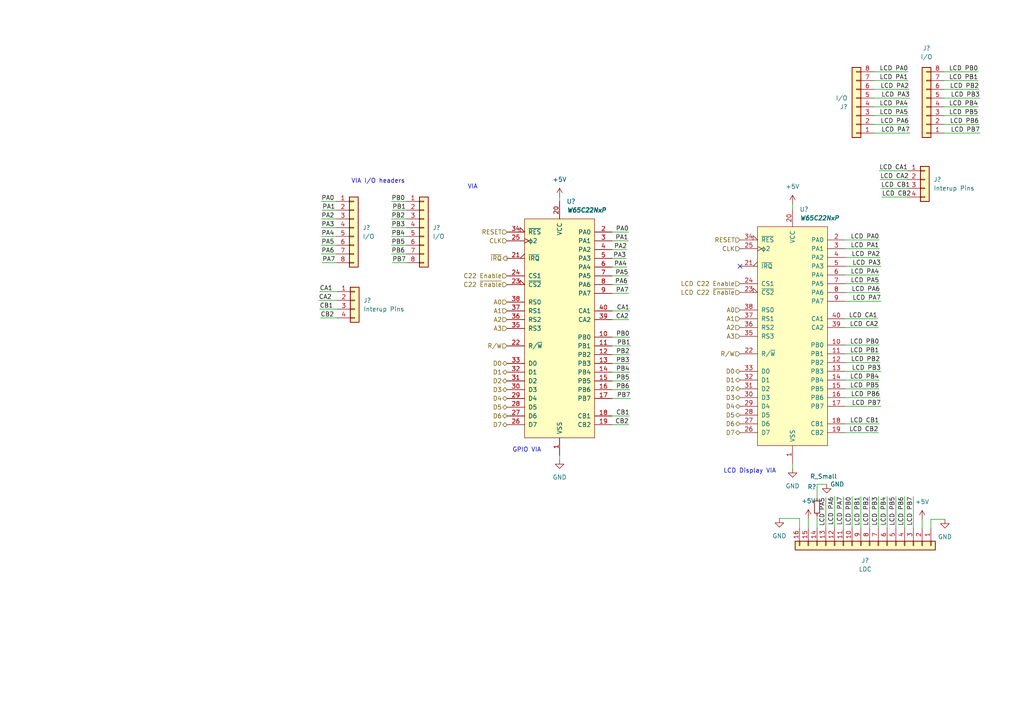
<source format=kicad_sch>
(kicad_sch (version 20211123) (generator eeschema)
  (paper "A4")
  (lib_symbols
    (symbol "65xx:W65C22NxP" (pin_names (offset 1.016))
      (property "Reference" "U" (at -10.16 33.02 0))
      (property "Value" "W65C22NxP" (at 0 0 90))
      (symbol "W65C22NxP_0_1"
        (rectangle (start -10.16 31.75) (end 10.16 -31.75) (fill (type background)))
      )
      (symbol "W65C22NxP_1_1"
        (pin power_in line (at 0 -36.83 90) (length 5.08) (name "VSS") (number "1"))
        (pin bidirectional line (at 15.24 -2.54 180) (length 5.08) (name "PB0") (number "10"))
        (pin bidirectional line (at 15.24 -5.08 180) (length 5.08) (name "PB1") (number "11"))
        (pin bidirectional line (at 15.24 -7.62 180) (length 5.08) (name "PB2") (number "12"))
        (pin bidirectional line (at 15.24 -10.16 180) (length 5.08) (name "PB3") (number "13"))
        (pin bidirectional line (at 15.24 -12.7 180) (length 5.08) (name "PB4") (number "14"))
        (pin bidirectional line (at 15.24 -15.24 180) (length 5.08) (name "PB5") (number "15"))
        (pin bidirectional line (at 15.24 -17.78 180) (length 5.08) (name "PB6") (number "16"))
        (pin bidirectional line (at 15.24 -20.32 180) (length 5.08) (name "PB7") (number "17"))
        (pin input line (at 15.24 -25.4 180) (length 5.08) (name "CB1") (number "18"))
        (pin bidirectional line (at 15.24 -27.94 180) (length 5.08) (name "CB2") (number "19"))
        (pin bidirectional line (at 15.24 27.94 180) (length 5.08) (name "PA0") (number "2"))
        (pin power_in line (at 0 36.83 270) (length 5.08) (name "VCC") (number "20"))
        (pin open_collector output_low (at -15.24 20.32 0) (length 5.08) (name "~{IRQ}") (number "21"))
        (pin input line (at -15.24 -5.08 0) (length 5.08) (name "R/~{W}") (number "22"))
        (pin input input_low (at -15.24 12.7 0) (length 5.08) (name "~{CS2}") (number "23"))
        (pin input line (at -15.24 15.24 0) (length 5.08) (name "CS1") (number "24"))
        (pin input clock (at -15.24 25.4 0) (length 5.08) (name "ϕ2") (number "25"))
        (pin bidirectional line (at -15.24 -27.94 0) (length 5.08) (name "D7") (number "26"))
        (pin bidirectional line (at -15.24 -25.4 0) (length 5.08) (name "D6") (number "27"))
        (pin bidirectional line (at -15.24 -22.86 0) (length 5.08) (name "D5") (number "28"))
        (pin bidirectional line (at -15.24 -20.32 0) (length 5.08) (name "D4") (number "29"))
        (pin bidirectional line (at 15.24 25.4 180) (length 5.08) (name "PA1") (number "3"))
        (pin bidirectional line (at -15.24 -17.78 0) (length 5.08) (name "D3") (number "30"))
        (pin bidirectional line (at -15.24 -15.24 0) (length 5.08) (name "D2") (number "31"))
        (pin bidirectional line (at -15.24 -12.7 0) (length 5.08) (name "D1") (number "32"))
        (pin bidirectional line (at -15.24 -10.16 0) (length 5.08) (name "D0") (number "33"))
        (pin input input_low (at -15.24 27.94 0) (length 5.08) (name "~{RES}") (number "34"))
        (pin input line (at -15.24 0 0) (length 5.08) (name "RS3") (number "35"))
        (pin input line (at -15.24 2.54 0) (length 5.08) (name "RS2") (number "36"))
        (pin input line (at -15.24 5.08 0) (length 5.08) (name "RS1") (number "37"))
        (pin input line (at -15.24 7.62 0) (length 5.08) (name "RS0") (number "38"))
        (pin bidirectional line (at 15.24 2.54 180) (length 5.08) (name "CA2") (number "39"))
        (pin bidirectional line (at 15.24 22.86 180) (length 5.08) (name "PA2") (number "4"))
        (pin input line (at 15.24 5.08 180) (length 5.08) (name "CA1") (number "40"))
        (pin bidirectional line (at 15.24 20.32 180) (length 5.08) (name "PA3") (number "5"))
        (pin bidirectional line (at 15.24 17.78 180) (length 5.08) (name "PA4") (number "6"))
        (pin bidirectional line (at 15.24 15.24 180) (length 5.08) (name "PA5") (number "7"))
        (pin bidirectional line (at 15.24 12.7 180) (length 5.08) (name "PA6") (number "8"))
        (pin bidirectional line (at 15.24 10.16 180) (length 5.08) (name "PA7") (number "9"))
      )
    )
    (symbol "Connector_Generic:Conn_01x04" (pin_names (offset 1.016) hide)
      (property "Reference" "J" (at 0 5.08 0))
      (property "Value" "Conn_01x04" (at 0 -7.62 0))
      (symbol "Conn_01x04_1_1"
        (rectangle (start -1.27 -4.953) (end 0 -5.207) (stroke (width 0.1524)))
        (rectangle (start -1.27 -2.413) (end 0 -2.667) (stroke (width 0.1524)))
        (rectangle (start -1.27 0.127) (end 0 -0.127) (stroke (width 0.1524)))
        (rectangle (start -1.27 2.667) (end 0 2.413) (stroke (width 0.1524)))
        (rectangle (start -1.27 3.81) (end 1.27 -6.35) (stroke (width 0.254)) (fill (type background)))
        (pin passive line (at -5.08 2.54 0) (length 3.81) (name "Pin_1") (number "1"))
        (pin passive line (at -5.08 0 0) (length 3.81) (name "Pin_2") (number "2"))
        (pin passive line (at -5.08 -2.54 0) (length 3.81) (name "Pin_3") (number "3"))
        (pin passive line (at -5.08 -5.08 0) (length 3.81) (name "Pin_4") (number "4"))
      )
    )
    (symbol "Connector_Generic:Conn_01x08" (pin_names (offset 1.016) hide)
      (property "Reference" "J" (at 0 10.16 0))
      (property "Value" "Conn_01x08" (at 0 -12.7 0))
      (symbol "Conn_01x08_1_1"
        (rectangle (start -1.27 -10.033) (end 0 -10.287) (stroke (width 0.1524)))
        (rectangle (start -1.27 -7.493) (end 0 -7.747) (stroke (width 0.1524)))
        (rectangle (start -1.27 -4.953) (end 0 -5.207) (stroke (width 0.1524)))
        (rectangle (start -1.27 -2.413) (end 0 -2.667) (stroke (width 0.1524)))
        (rectangle (start -1.27 0.127) (end 0 -0.127) (stroke (width 0.1524)))
        (rectangle (start -1.27 2.667) (end 0 2.413) (stroke (width 0.1524)))
        (rectangle (start -1.27 5.207) (end 0 4.953) (stroke (width 0.1524)))
        (rectangle (start -1.27 7.747) (end 0 7.493) (stroke (width 0.1524)))
        (rectangle (start -1.27 8.89) (end 1.27 -11.43) (stroke (width 0.254)) (fill (type background)))
        (pin passive line (at -5.08 7.62 0) (length 3.81) (name "Pin_1") (number "1"))
        (pin passive line (at -5.08 5.08 0) (length 3.81) (name "Pin_2") (number "2"))
        (pin passive line (at -5.08 2.54 0) (length 3.81) (name "Pin_3") (number "3"))
        (pin passive line (at -5.08 0 0) (length 3.81) (name "Pin_4") (number "4"))
        (pin passive line (at -5.08 -2.54 0) (length 3.81) (name "Pin_5") (number "5"))
        (pin passive line (at -5.08 -5.08 0) (length 3.81) (name "Pin_6") (number "6"))
        (pin passive line (at -5.08 -7.62 0) (length 3.81) (name "Pin_7") (number "7"))
        (pin passive line (at -5.08 -10.16 0) (length 3.81) (name "Pin_8") (number "8"))
      )
    )
    (symbol "Connector_Generic:Conn_01x16" (pin_names (offset 1.016) hide)
      (property "Reference" "J" (at 0 20.32 0))
      (property "Value" "Conn_01x16" (at 0 -22.86 0))
      (symbol "Conn_01x16_1_1"
        (rectangle (start -1.27 -20.193) (end 0 -20.447) (stroke (width 0.1524)))
        (rectangle (start -1.27 -17.653) (end 0 -17.907) (stroke (width 0.1524)))
        (rectangle (start -1.27 -15.113) (end 0 -15.367) (stroke (width 0.1524)))
        (rectangle (start -1.27 -12.573) (end 0 -12.827) (stroke (width 0.1524)))
        (rectangle (start -1.27 -10.033) (end 0 -10.287) (stroke (width 0.1524)))
        (rectangle (start -1.27 -7.493) (end 0 -7.747) (stroke (width 0.1524)))
        (rectangle (start -1.27 -4.953) (end 0 -5.207) (stroke (width 0.1524)))
        (rectangle (start -1.27 -2.413) (end 0 -2.667) (stroke (width 0.1524)))
        (rectangle (start -1.27 0.127) (end 0 -0.127) (stroke (width 0.1524)))
        (rectangle (start -1.27 2.667) (end 0 2.413) (stroke (width 0.1524)))
        (rectangle (start -1.27 5.207) (end 0 4.953) (stroke (width 0.1524)))
        (rectangle (start -1.27 7.747) (end 0 7.493) (stroke (width 0.1524)))
        (rectangle (start -1.27 10.287) (end 0 10.033) (stroke (width 0.1524)))
        (rectangle (start -1.27 12.827) (end 0 12.573) (stroke (width 0.1524)))
        (rectangle (start -1.27 15.367) (end 0 15.113) (stroke (width 0.1524)))
        (rectangle (start -1.27 17.907) (end 0 17.653) (stroke (width 0.1524)))
        (rectangle (start -1.27 19.05) (end 1.27 -21.59) (stroke (width 0.254)) (fill (type background)))
        (pin passive line (at -5.08 17.78 0) (length 3.81) (name "Pin_1") (number "1"))
        (pin passive line (at -5.08 -5.08 0) (length 3.81) (name "Pin_10") (number "10"))
        (pin passive line (at -5.08 -7.62 0) (length 3.81) (name "Pin_11") (number "11"))
        (pin passive line (at -5.08 -10.16 0) (length 3.81) (name "Pin_12") (number "12"))
        (pin passive line (at -5.08 -12.7 0) (length 3.81) (name "Pin_13") (number "13"))
        (pin passive line (at -5.08 -15.24 0) (length 3.81) (name "Pin_14") (number "14"))
        (pin passive line (at -5.08 -17.78 0) (length 3.81) (name "Pin_15") (number "15"))
        (pin passive line (at -5.08 -20.32 0) (length 3.81) (name "Pin_16") (number "16"))
        (pin passive line (at -5.08 15.24 0) (length 3.81) (name "Pin_2") (number "2"))
        (pin passive line (at -5.08 12.7 0) (length 3.81) (name "Pin_3") (number "3"))
        (pin passive line (at -5.08 10.16 0) (length 3.81) (name "Pin_4") (number "4"))
        (pin passive line (at -5.08 7.62 0) (length 3.81) (name "Pin_5") (number "5"))
        (pin passive line (at -5.08 5.08 0) (length 3.81) (name "Pin_6") (number "6"))
        (pin passive line (at -5.08 2.54 0) (length 3.81) (name "Pin_7") (number "7"))
        (pin passive line (at -5.08 0 0) (length 3.81) (name "Pin_8") (number "8"))
        (pin passive line (at -5.08 -2.54 0) (length 3.81) (name "Pin_9") (number "9"))
      )
    )
    (symbol "Device:R_Small" (pin_numbers hide) (pin_names (offset 0.254) hide)
      (property "Reference" "R" (at 0.762 0.508 0))
      (property "Value" "R_Small" (at 0.762 -1.016 0))
      (symbol "R_Small_0_1"
        (rectangle (start -0.762 1.778) (end 0.762 -1.778) (stroke (width 0.2032)))
      )
      (symbol "R_Small_1_1"
        (pin passive line (at 0 2.54 270) (length 0.762) (name "~") (number "1"))
        (pin passive line (at 0 -2.54 90) (length 0.762) (name "~") (number "2"))
      )
    )
    (symbol "power:+5V" (power) (pin_names (offset 0))
      (property "Value" "+5V" (at 0 3.556 0))
      (symbol "+5V_0_1"
        (polyline (pts (xy -0.762 1.27) (xy 0 2.54)))
        (polyline (pts (xy 0 0) (xy 0 2.54)))
        (polyline (pts (xy 0 2.54) (xy 0.762 1.27)))
      )
      (symbol "+5V_1_1"
        (pin power_in line (at 0 0 90) (length 0) hide (name "+5V") (number "1"))
      )
    )
    (symbol "power:GND" (power) (pin_names (offset 0))
      (property "Value" "GND" (at 0 -3.81 0))
      (symbol "GND_0_1"
        (polyline (pts (xy 0 0) (xy 0 -1.27) (xy 1.27 -1.27) (xy 0 -2.54) (xy -1.27 -1.27) (xy 0 -1.27)))
      )
      (symbol "GND_1_1"
        (pin power_in line (at 0 0 270) (length 0) hide (name "GND") (number "1"))
      )
    )
  )
  (no_connect (at 214.63 77.216))
  (wire (pts (xy 252.222 144.018) (xy 252.222 153.162)))
  (wire (pts (xy 273.812 30.988) (xy 283.718 30.988)))
  (wire (pts (xy 245.11 77.216) (xy 255.524 77.216)))
  (wire (pts (xy 245.11 107.696) (xy 255.524 107.696)))
  (wire (pts (xy 273.812 25.908) (xy 283.972 25.908)))
  (wire (pts (xy 162.306 132.08) (xy 162.306 133.35)))
  (wire (pts (xy 245.11 74.676) (xy 255.27 74.676)))
  (wire (pts (xy 236.982 140.462) (xy 239.776 140.462)))
  (wire (pts (xy 253.492 28.448) (xy 263.906 28.448)))
  (wire (pts (xy 244.602 144.018) (xy 244.602 153.162)))
  (wire (pts (xy 245.11 112.776) (xy 255.016 112.776)))
  (wire (pts (xy 177.546 74.93) (xy 181.61 74.93)))
  (wire (pts (xy 177.546 92.71) (xy 182.372 92.71)))
  (wire (pts (xy 92.71 84.582) (xy 97.79 84.582)))
  (wire (pts (xy 162.306 57.15) (xy 162.306 58.42)))
  (wire (pts (xy 92.71 89.662) (xy 97.79 89.662)))
  (wire (pts (xy 113.538 63.5) (xy 117.856 63.5)))
  (wire (pts (xy 253.492 36.068) (xy 263.652 36.068)))
  (wire (pts (xy 273.812 33.528) (xy 283.718 33.528)))
  (wire (pts (xy 92.456 87.122) (xy 97.79 87.122)))
  (wire (pts (xy 239.522 144.272) (xy 239.522 153.162)))
  (wire (pts (xy 245.11 102.616) (xy 255.016 102.616)))
  (wire (pts (xy 264.922 144.018) (xy 264.922 153.162)))
  (wire (pts (xy 245.11 122.936) (xy 255.016 122.936)))
  (wire (pts (xy 273.812 36.068) (xy 283.972 36.068)))
  (wire (pts (xy 93.218 71.12) (xy 97.536 71.12)))
  (wire (pts (xy 273.812 38.608) (xy 284.226 38.608)))
  (wire (pts (xy 253.492 38.608) (xy 263.906 38.608)))
  (wire (pts (xy 177.546 120.65) (xy 182.626 120.65)))
  (wire (pts (xy 255.27 52.07) (xy 263.144 52.07)))
  (wire (pts (xy 226.06 150.368) (xy 231.902 150.368)))
  (wire (pts (xy 249.682 144.018) (xy 249.682 153.162)))
  (wire (pts (xy 273.812 20.828) (xy 283.718 20.828)))
  (wire (pts (xy 177.546 80.01) (xy 182.245 80.01)))
  (wire (pts (xy 113.538 71.12) (xy 117.856 71.12)))
  (wire (pts (xy 245.11 84.836) (xy 255.27 84.836)))
  (wire (pts (xy 236.982 149.606) (xy 236.982 153.162)))
  (wire (pts (xy 92.964 92.202) (xy 97.79 92.202)))
  (wire (pts (xy 247.142 144.018) (xy 247.142 153.162)))
  (wire (pts (xy 253.492 33.528) (xy 263.398 33.528)))
  (wire (pts (xy 113.538 66.04) (xy 117.856 66.04)))
  (wire (pts (xy 93.218 73.66) (xy 97.536 73.66)))
  (wire (pts (xy 113.538 73.66) (xy 117.856 73.66)))
  (wire (pts (xy 93.218 58.42) (xy 97.536 58.42)))
  (wire (pts (xy 245.11 72.136) (xy 255.016 72.136)))
  (wire (pts (xy 255.778 57.15) (xy 263.144 57.15)))
  (wire (pts (xy 253.492 30.988) (xy 263.398 30.988)))
  (wire (pts (xy 177.546 100.33) (xy 182.88 100.33)))
  (wire (pts (xy 245.11 125.476) (xy 254.762 125.476)))
  (wire (pts (xy 273.812 23.368) (xy 283.718 23.368)))
  (wire (pts (xy 257.302 144.018) (xy 257.302 153.162)))
  (wire (pts (xy 245.11 82.296) (xy 255.016 82.296)))
  (wire (pts (xy 113.792 76.2) (xy 117.856 76.2)))
  (wire (pts (xy 253.492 23.368) (xy 263.398 23.368)))
  (wire (pts (xy 236.982 144.526) (xy 236.982 140.462)))
  (wire (pts (xy 255.016 49.53) (xy 263.144 49.53)))
  (wire (pts (xy 255.524 54.61) (xy 263.144 54.61)))
  (wire (pts (xy 253.492 25.908) (xy 263.652 25.908)))
  (wire (pts (xy 231.902 150.368) (xy 231.902 153.162)))
  (wire (pts (xy 242.062 144.018) (xy 242.062 153.162)))
  (wire (pts (xy 113.538 58.42) (xy 117.856 58.42)))
  (wire (pts (xy 177.546 107.95) (xy 182.626 107.95)))
  (wire (pts (xy 262.382 144.018) (xy 262.382 153.162)))
  (wire (pts (xy 245.11 100.076) (xy 255.016 100.076)))
  (wire (pts (xy 245.11 79.756) (xy 255.016 79.756)))
  (wire (pts (xy 93.472 76.2) (xy 97.536 76.2)))
  (wire (pts (xy 259.842 144.018) (xy 259.842 153.162)))
  (wire (pts (xy 177.546 102.87) (xy 182.626 102.87)))
  (wire (pts (xy 229.87 134.366) (xy 229.87 135.89)))
  (wire (pts (xy 245.11 69.596) (xy 255.016 69.596)))
  (wire (pts (xy 177.546 105.41) (xy 182.626 105.41)))
  (wire (pts (xy 245.11 92.456) (xy 254.508 92.456)))
  (wire (pts (xy 93.218 63.5) (xy 97.536 63.5)))
  (wire (pts (xy 234.442 150.368) (xy 234.442 153.162)))
  (wire (pts (xy 245.11 94.996) (xy 254.762 94.996)))
  (wire (pts (xy 245.11 110.236) (xy 255.016 110.236)))
  (wire (pts (xy 177.546 113.03) (xy 182.626 113.03)))
  (wire (pts (xy 177.546 72.39) (xy 181.864 72.39)))
  (wire (pts (xy 177.546 77.47) (xy 181.864 77.47)))
  (wire (pts (xy 177.546 67.31) (xy 182.372 67.31)))
  (wire (pts (xy 177.546 110.49) (xy 182.626 110.49)))
  (wire (pts (xy 273.812 28.448) (xy 284.226 28.448)))
  (wire (pts (xy 274.066 150.622) (xy 270.002 150.622)))
  (wire (pts (xy 177.546 82.55) (xy 182.118 82.55)))
  (wire (pts (xy 113.538 68.58) (xy 117.856 68.58)))
  (wire (pts (xy 93.218 68.58) (xy 97.536 68.58)))
  (wire (pts (xy 93.472 60.96) (xy 97.536 60.96)))
  (wire (pts (xy 113.792 60.96) (xy 117.856 60.96)))
  (wire (pts (xy 245.11 117.856) (xy 255.524 117.856)))
  (wire (pts (xy 177.546 90.17) (xy 182.626 90.17)))
  (wire (pts (xy 254.762 144.018) (xy 254.762 153.162)))
  (wire (pts (xy 253.492 20.828) (xy 263.398 20.828)))
  (wire (pts (xy 177.546 115.57) (xy 182.88 115.57)))
  (wire (pts (xy 177.546 97.79) (xy 182.626 97.79)))
  (wire (pts (xy 229.87 59.182) (xy 229.87 60.706)))
  (wire (pts (xy 177.546 69.85) (xy 182.245 69.85)))
  (wire (pts (xy 245.11 115.316) (xy 255.27 115.316)))
  (wire (pts (xy 267.462 150.622) (xy 267.462 153.162)))
  (wire (pts (xy 93.218 66.04) (xy 97.536 66.04)))
  (wire (pts (xy 270.002 150.622) (xy 270.002 153.162)))
  (wire (pts (xy 245.11 87.376) (xy 255.524 87.376)))
  (wire (pts (xy 177.546 85.09) (xy 182.372 85.09)))
  (wire (pts (xy 177.546 123.19) (xy 182.372 123.19)))
  (wire (pts (xy 245.11 105.156) (xy 255.27 105.156)))
  (text "GPIO VIA\n" (at 148.59 131.318 0) (effects (font (size 1.27 1.27)) (justify left bottom)))
  (text "VIA" (at 138.5824 54.9656 180) (effects (font (size 1.27 1.27)) (justify right bottom)))
  (text "LCD Display VIA" (at 209.804 137.414 0) (effects (font (size 1.27 1.27)) (justify left bottom)))
  (text "VIA I/O headers\n" (at 101.854 53.34 0) (effects (font (size 1.27 1.27)) (justify left bottom)))
  (label "PB4" (at 113.538 68.58 0))
  (label "PB4" (at 182.626 107.95 180))
  (label "CA1" (at 92.71 84.582 0))
  (label "LCD PB4" (at 283.718 30.988 180))
  (label "LCD PA5" (at 239.522 144.272 270))
  (label "PA4" (at 181.864 77.47 180))
  (label "CB1" (at 92.71 89.662 0))
  (label "LCD PB5" (at 283.718 33.528 180))
  (label "PA1" (at 182.245 69.85 180))
  (label "PA6" (at 182.118 82.55 180))
  (label "LCD PB5" (at 259.842 144.018 270))
  (label "LCD PB6" (at 283.972 36.068 180))
  (label "LCD PB3" (at 254.762 144.018 270))
  (label "LCD PB6" (at 262.382 144.018 270))
  (label "CB2" (at 182.372 123.19 180))
  (label "LCD CB1" (at 255.524 54.61 0))
  (label "PA2" (at 93.218 63.5 0))
  (label "LCD PB7" (at 255.524 117.856 180))
  (label "PB6" (at 113.538 73.66 0))
  (label "LCD PB7" (at 284.226 38.608 180))
  (label "LCD PA4" (at 263.398 30.988 180))
  (label "LCD PB0" (at 283.718 20.828 180))
  (label "PB2" (at 113.538 63.5 0))
  (label "LCD PB2" (at 252.222 144.018 270))
  (label "LCD PA5" (at 263.398 33.528 180))
  (label "LCD PB3" (at 284.226 28.448 180))
  (label "PB7" (at 182.88 115.57 180))
  (label "LCD PB1" (at 283.718 23.368 180))
  (label "LCD PA3" (at 263.906 28.448 180))
  (label "PA0" (at 93.218 58.42 0))
  (label "PA3" (at 93.218 66.04 0))
  (label "PA0" (at 182.372 67.31 180))
  (label "LCD PB4" (at 255.016 110.236 180))
  (label "CA2" (at 92.456 87.122 0))
  (label "LCD CA1" (at 255.016 49.53 0))
  (label "LCD PA0" (at 255.016 69.596 180))
  (label "LCD PB5" (at 255.016 112.776 180))
  (label "CA1" (at 182.626 90.17 180))
  (label "LCD PB0" (at 247.142 144.018 270))
  (label "LCD CA2" (at 255.27 52.07 0))
  (label "CA2" (at 182.372 92.71 180))
  (label "LCD CA2" (at 254.762 94.996 180))
  (label "PB6" (at 182.626 113.03 180))
  (label "PA7" (at 182.372 85.09 180))
  (label "PA1" (at 93.472 60.96 0))
  (label "LCD PA0" (at 263.398 20.828 180))
  (label "CB2" (at 92.964 92.202 0))
  (label "LCD PA4" (at 255.016 79.756 180))
  (label "CB1" (at 182.626 120.65 180))
  (label "LCD PA7" (at 263.906 38.608 180))
  (label "PA2" (at 181.864 72.39 180))
  (label "LCD PA2" (at 255.27 74.676 180))
  (label "LCD PB7" (at 264.922 144.018 270))
  (label "LCD PA5" (at 255.016 82.296 180))
  (label "PB1" (at 113.792 60.96 0))
  (label "PB1" (at 182.88 100.33 180))
  (label "LCD PA3" (at 255.524 77.216 180))
  (label "LCD CB2" (at 254.762 125.476 180))
  (label "PB0" (at 182.626 97.79 180))
  (label "LCD PA2" (at 263.652 25.908 180))
  (label "PA3" (at 181.61 74.93 180))
  (label "PB5" (at 182.626 110.49 180))
  (label "PA6" (at 93.218 73.66 0))
  (label "PB7" (at 113.792 76.2 0))
  (label "LCD PA7" (at 244.602 144.018 270))
  (label "LCD PA6" (at 255.27 84.836 180))
  (label "PB2" (at 182.626 102.87 180))
  (label "LCD PA1" (at 263.398 23.368 180))
  (label "LCD PB3" (at 255.524 107.696 180))
  (label "PB3" (at 182.626 105.41 180))
  (label "LCD CA1" (at 254.508 92.456 180))
  (label "LCD PB1" (at 249.682 144.018 270))
  (label "PA4" (at 93.218 68.58 0))
  (label "PA5" (at 182.245 80.01 180))
  (label "LCD CB1" (at 255.016 122.936 180))
  (label "PB0" (at 113.538 58.42 0))
  (label "LCD PA6" (at 242.062 144.018 270))
  (label "LCD PB6" (at 255.27 115.316 180))
  (label "PA7" (at 93.472 76.2 0))
  (label "LCD PA7" (at 255.524 87.376 180))
  (label "LCD PB0" (at 255.016 100.076 180))
  (label "LCD PB4" (at 257.302 144.018 270))
  (label "PB5" (at 113.538 71.12 0))
  (label "LCD PA6" (at 263.652 36.068 180))
  (label "LCD CB2" (at 255.778 57.15 0))
  (label "PA5" (at 93.218 71.12 0))
  (label "PB3" (at 113.538 66.04 0))
  (label "LCD PB2" (at 255.27 105.156 180))
  (label "LCD PA1" (at 255.016 72.136 180))
  (label "LCD PB1" (at 255.016 102.616 180))
  (label "LCD PB2" (at 283.972 25.908 180))
  (hierarchical_label "~{IRQ}" (shape output) (at 147.066 74.93 180))
  (hierarchical_label "D3" (shape bidirectional) (at 214.63 115.316 180))
  (hierarchical_label "A3" (shape input) (at 147.066 95.25 180))
  (hierarchical_label "D1" (shape bidirectional) (at 147.066 107.95 180))
  (hierarchical_label "RESET" (shape input) (at 214.63 69.596 180))
  (hierarchical_label "D0" (shape bidirectional) (at 214.63 107.696 180))
  (hierarchical_label "R{slash}W" (shape input) (at 214.63 102.616 180))
  (hierarchical_label "C22 ~{Enable}" (shape input) (at 147.066 82.55 180))
  (hierarchical_label "D4" (shape bidirectional) (at 147.066 115.57 180))
  (hierarchical_label "D0" (shape bidirectional) (at 147.066 105.41 180))
  (hierarchical_label "A2" (shape input) (at 147.066 92.71 180))
  (hierarchical_label "D5" (shape bidirectional) (at 147.066 118.11 180))
  (hierarchical_label "R{slash}W" (shape input) (at 147.066 100.33 180))
  (hierarchical_label "A1" (shape input) (at 147.066 90.17 180))
  (hierarchical_label "D6" (shape bidirectional) (at 214.63 122.936 180))
  (hierarchical_label "A2" (shape input) (at 214.63 94.996 180))
  (hierarchical_label "D7" (shape bidirectional) (at 147.066 123.19 180))
  (hierarchical_label "D2" (shape bidirectional) (at 147.066 110.49 180))
  (hierarchical_label "D5" (shape bidirectional) (at 214.63 120.396 180))
  (hierarchical_label "LCD C22 ~{Enable}" (shape input) (at 214.63 84.836 180))
  (hierarchical_label "LCD C22 Enable" (shape input) (at 214.63 82.296 180))
  (hierarchical_label "D1" (shape bidirectional) (at 214.63 110.236 180))
  (hierarchical_label "D3" (shape bidirectional) (at 147.066 113.03 180))
  (hierarchical_label "A0" (shape input) (at 147.066 87.63 180))
  (hierarchical_label "A0" (shape input) (at 214.63 89.916 180))
  (hierarchical_label "A3" (shape input) (at 214.63 97.536 180))
  (hierarchical_label "RESET" (shape input) (at 147.066 67.31 180))
  (hierarchical_label "D7" (shape bidirectional) (at 214.63 125.476 180))
  (hierarchical_label "D4" (shape bidirectional) (at 214.63 117.856 180))
  (hierarchical_label "C22 Enable" (shape input) (at 147.066 80.01 180))
  (hierarchical_label "A1" (shape input) (at 214.63 92.456 180))
  (hierarchical_label "D2" (shape bidirectional) (at 214.63 112.776 180))
  (hierarchical_label "CLK" (shape input) (at 147.066 69.85 180))
  (hierarchical_label "D6" (shape bidirectional) (at 147.066 120.65 180))
  (hierarchical_label "CLK" (shape input) (at 214.63 72.136 180))
  (symbol (lib_id "Connector_Generic:Conn_01x08") (at 122.936 66.04 0) (unit 1)
    (property "Reference" "J?" (at 125.476 66.0399 0) (effects (justify left)))
    (property "Value" "I/O" (at 125.476 68.5799 0) (effects (justify left)))
    (property "Footprint" "Connector_PinSocket_2.54mm:PinSocket_1x08_P2.54mm_Vertical" (effects hide))
  )
  (symbol (lib_id "Connector_Generic:Conn_01x04") (at 102.87 87.122 0) (unit 1)
    (property "Reference" "J?" (at 105.41 87.1219 0) (effects (justify left)))
    (property "Value" "Interup Pins" (at 105.41 89.6619 0) (effects (justify left)))
  )
  (symbol (lib_id "power:GND") (at 162.306 133.35 0) (unit 1)
    (property "Reference" "#PWR?" (effects hide))
    (property "Value" "GND" (at 162.306 138.43 0))
  )
  (symbol (lib_id "65xx:W65C22NxP") (at 162.306 95.25 0) (unit 1)
    (property "Reference" "U?" (at 164.3254 58.42 0) (effects (justify left)))
    (property "Value" "W65C22NxP" (at 164.3254 60.96 0) (effects (font bold italic) (justify left)))
    (property "Footprint" "Package_DIP:DIP-40_W15.24mm" (effects hide))
    (property "Datasheet" "http://www.westerndesigncenter.com/wdc/documentation/w65c22.pdf" (effects hide))
  )
  (symbol (lib_id "power:+5V") (at 267.462 150.622 0) (unit 1)
    (property "Reference" "#PWR?" (effects hide))
    (property "Value" "+5V" (at 267.462 145.542 0))
  )
  (symbol (lib_id "Connector_Generic:Conn_01x08") (at 102.616 66.04 0) (unit 1)
    (property "Reference" "J?" (at 105.156 66.0399 0) (effects (justify left)))
    (property "Value" "I/O" (at 105.156 68.5799 0) (effects (justify left)))
    (property "Footprint" "Connector_PinSocket_2.54mm:PinSocket_1x08_P2.54mm_Vertical" (effects hide))
  )
  (symbol (lib_id "power:GND") (at 274.066 150.622 0) (unit 1)
    (property "Reference" "#PWR?" (effects hide))
    (property "Value" "GND" (at 274.066 155.702 0))
  )
  (symbol (lib_id "65xx:W65C22NxP") (at 229.87 97.536 0) (unit 1)
    (property "Reference" "U?" (at 231.8894 60.706 0) (effects (justify left)))
    (property "Value" "W65C22NxP" (at 231.8894 63.246 0) (effects (font bold italic) (justify left)))
    (property "Footprint" "Package_DIP:DIP-40_W15.24mm" (effects hide))
    (property "Datasheet" "http://www.westerndesigncenter.com/wdc/documentation/w65c22.pdf" (effects hide))
  )
  (symbol (lib_id "Connector_Generic:Conn_01x08") (at 268.732 30.988 180) (unit 1)
    (property "Reference" "J?" (at 268.732 13.97 0))
    (property "Value" "I/O" (at 268.732 16.51 0))
    (property "Footprint" "Connector_PinSocket_2.54mm:PinSocket_1x08_P2.54mm_Vertical" (effects hide))
  )
  (symbol (lib_id "power:+5V") (at 234.442 150.368 0) (unit 1)
    (property "Reference" "#PWR?" (effects hide))
    (property "Value" "+5V" (at 234.442 145.288 0))
  )
  (symbol (lib_id "Device:R_Small") (at 236.982 147.066 180) (unit 1)
    (property "Reference" "R?" (at 234.188 141.224 0) (effects (justify right)))
    (property "Value" "R_Small" (at 234.95 138.176 0) (effects (justify right)))
  )
  (symbol (lib_id "Connector_Generic:Conn_01x04") (at 268.224 52.07 0) (unit 1)
    (property "Reference" "J?" (at 270.764 52.0699 0) (effects (justify left)))
    (property "Value" "Interup Pins" (at 270.764 54.6099 0) (effects (justify left)))
  )
  (symbol (lib_id "power:GND") (at 239.776 140.462 0) (unit 1)
    (property "Reference" "#PWR?" (effects hide))
    (property "Value" "GND" (at 242.824 140.462 0))
  )
  (symbol (lib_id "Connector_Generic:Conn_01x08") (at 248.412 30.988 180) (unit 1)
    (property "Reference" "J?" (at 245.872 30.9881 0) (effects (justify left)))
    (property "Value" "I/O" (at 245.872 28.4481 0) (effects (justify left)))
    (property "Footprint" "Connector_PinSocket_2.54mm:PinSocket_1x08_P2.54mm_Vertical" (effects hide))
  )
  (symbol (lib_id "power:+5V") (at 229.87 59.182 0) (unit 1)
    (property "Reference" "#PWR?" (effects hide))
    (property "Value" "+5V" (at 229.87 54.102 0))
  )
  (symbol (lib_id "power:+5V") (at 162.306 57.15 0) (unit 1)
    (property "Reference" "#PWR?" (effects hide))
    (property "Value" "+5V" (at 162.306 52.07 0))
  )
  (symbol (lib_id "Connector_Generic:Conn_01x16") (at 252.222 158.242 270) (unit 1)
    (property "Reference" "J?" (at 250.952 162.56 90))
    (property "Value" "LDC" (at 250.952 165.1 90))
  )
  (symbol (lib_id "power:GND") (at 226.06 150.368 0) (unit 1)
    (property "Reference" "#PWR?" (effects hide))
    (property "Value" "GND" (at 226.06 155.448 0))
  )
  (symbol (lib_id "power:GND") (at 229.87 135.89 0) (unit 1)
    (property "Reference" "#PWR?" (effects hide))
    (property "Value" "GND" (at 229.87 140.97 0))
  )
)
</source>
